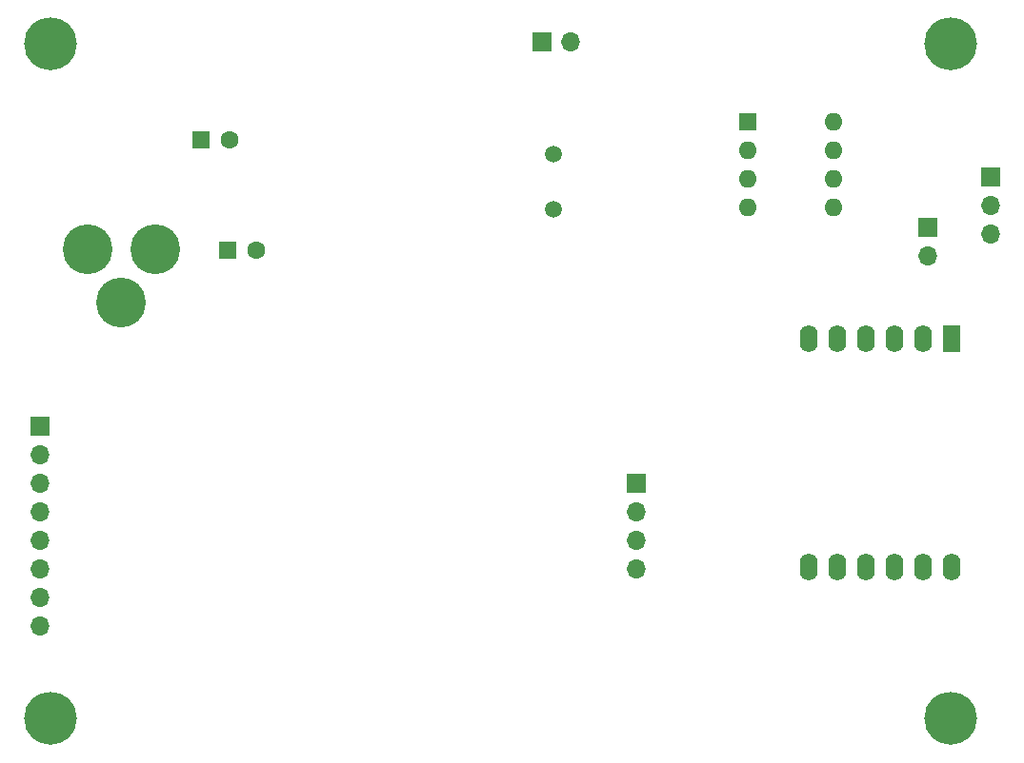
<source format=gbs>
G04 #@! TF.GenerationSoftware,KiCad,Pcbnew,8.0.6*
G04 #@! TF.CreationDate,2025-01-19T13:54:33-05:00*
G04 #@! TF.ProjectId,RA2E1-CAN-Rev2,52413245-312d-4434-914e-2d526576322e,rev?*
G04 #@! TF.SameCoordinates,Original*
G04 #@! TF.FileFunction,Soldermask,Bot*
G04 #@! TF.FilePolarity,Negative*
%FSLAX46Y46*%
G04 Gerber Fmt 4.6, Leading zero omitted, Abs format (unit mm)*
G04 Created by KiCad (PCBNEW 8.0.6) date 2025-01-19 13:54:33*
%MOMM*%
%LPD*%
G01*
G04 APERTURE LIST*
%ADD10C,4.700000*%
%ADD11R,1.700000X1.700000*%
%ADD12O,1.700000X1.700000*%
%ADD13C,1.500000*%
%ADD14R,1.600000X1.600000*%
%ADD15C,1.600000*%
%ADD16O,1.600000X1.600000*%
%ADD17R,1.600000X2.400000*%
%ADD18O,1.600000X2.400000*%
%ADD19C,4.419600*%
G04 APERTURE END LIST*
D10*
X75000000Y-30000000D03*
X155000000Y-30000000D03*
X75000000Y-90000000D03*
X155000000Y-90000000D03*
D11*
X74000000Y-64000000D03*
D12*
X74000000Y-66540000D03*
X74000000Y-69080000D03*
X74000000Y-71620000D03*
X74000000Y-74160000D03*
X74000000Y-76700000D03*
X74000000Y-79240000D03*
X74000000Y-81780000D03*
D13*
X119634000Y-39818000D03*
X119634000Y-44698000D03*
D14*
X90750000Y-48300000D03*
D15*
X93250000Y-48300000D03*
D11*
X118638000Y-29797000D03*
D12*
X121178000Y-29797000D03*
D14*
X136916000Y-36944000D03*
D16*
X136916000Y-39484000D03*
X136916000Y-42024000D03*
X136916000Y-44564000D03*
X144536000Y-44564000D03*
X144536000Y-42024000D03*
X144536000Y-39484000D03*
X144536000Y-36944000D03*
D11*
X158500000Y-41800000D03*
D12*
X158500000Y-44340000D03*
X158500000Y-46880000D03*
D14*
X88350000Y-38500000D03*
D15*
X90850000Y-38500000D03*
D17*
X155050000Y-56200000D03*
D18*
X152510000Y-56200000D03*
X149970000Y-56200000D03*
X147430000Y-56200000D03*
X144890000Y-56200000D03*
X142350000Y-56200000D03*
X142350000Y-76520000D03*
X144890000Y-76520000D03*
X147430000Y-76520000D03*
X149970000Y-76520000D03*
X152510000Y-76520000D03*
X155050000Y-76520000D03*
D11*
X127000000Y-69080000D03*
D12*
X127000000Y-71620000D03*
X127000000Y-74160000D03*
X127000000Y-76700000D03*
D11*
X152950000Y-46275000D03*
D12*
X152950000Y-48815000D03*
D19*
X78250000Y-48250000D03*
X81250000Y-52950000D03*
X84250000Y-48250000D03*
M02*

</source>
